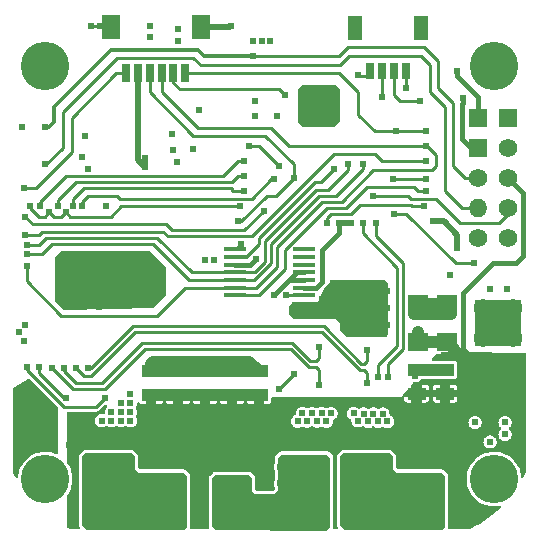
<source format=gbl>
G04 Layer: BottomLayer*
G04 EasyEDA v6.5.42, 2024-06-19 17:53:58*
G04 0aa094f9eb354ad99160228faad6b286,7c1e8d740ba24e6f83eb2d53d3341807,10*
G04 Gerber Generator version 0.2*
G04 Scale: 100 percent, Rotated: No, Reflected: No *
G04 Dimensions in millimeters *
G04 leading zeros omitted , absolute positions ,4 integer and 5 decimal *
%FSLAX45Y45*%
%MOMM*%

%AMMACRO1*4,1,4,-0.6001,-1,0.6001,-1,0.6001,1,-0.6001,1,-0.6001,-1,0*%
%AMMACRO2*4,1,4,-0.3001,-0.6749,0.3001,-0.6749,0.3001,0.6749,-0.3001,0.6749,-0.3001,-0.6749,0*%
%AMMACRO3*21,1,$1,$2,0,0,$3*%
%ADD10C,0.4000*%
%ADD11C,1.0000*%
%ADD12C,0.2540*%
%ADD13C,0.3000*%
%ADD14C,0.5000*%
%ADD15MACRO1*%
%ADD16MACRO2*%
%ADD17MACRO3,0.6X1.55X0.0000*%
%ADD18MACRO3,1.5X2X0.0000*%
%ADD19MACRO3,1.8034X0.4064X0.0000*%
%ADD20MACRO3,1X1.55X-90.0000*%
%ADD21R,1.7280X1.4850*%
%ADD22MACRO3,1.728X1.485X0.0000*%
%ADD23C,1.5748*%
%ADD24O,1.5748X1.5748*%
%ADD25R,1.5748X1.5748*%
%ADD26R,4.0000X4.0000*%
%ADD27C,2.7000*%
%ADD28C,1.7000*%
%ADD29C,4.1000*%
%ADD30C,0.6096*%
%ADD31C,0.6100*%
%ADD32C,0.6200*%
%ADD33C,1.5700*%
%ADD34C,0.0138*%

%LPD*%
G36*
X651916Y-546100D02*
G01*
X648004Y-545338D01*
X644702Y-543102D01*
X599897Y-498297D01*
X597662Y-494995D01*
X596900Y-491083D01*
X596900Y-432816D01*
X596188Y-431088D01*
X559511Y-394411D01*
X557784Y-393700D01*
X207416Y-393700D01*
X203504Y-392938D01*
X200202Y-390702D01*
X168097Y-358597D01*
X165862Y-355295D01*
X165100Y-351383D01*
X165100Y-295198D01*
X165557Y-292252D01*
X166827Y-289560D01*
X187502Y-258521D01*
X189738Y-256082D01*
X192684Y-254558D01*
X195935Y-254000D01*
X405384Y-254000D01*
X406755Y-253288D01*
X469138Y-128473D01*
X471068Y-125831D01*
X530402Y-66497D01*
X533704Y-64262D01*
X537616Y-63500D01*
X972464Y-63500D01*
X975715Y-64058D01*
X978662Y-65582D01*
X980897Y-68021D01*
X1001572Y-99060D01*
X1002842Y-101752D01*
X1003300Y-104698D01*
X1003300Y-518312D01*
X1002233Y-522833D01*
X993394Y-540461D01*
X991158Y-543458D01*
X988009Y-545439D01*
X984300Y-546100D01*
G37*

%LPD*%
G36*
X-2138476Y-1744878D02*
G01*
X-2142794Y-1744776D01*
X-2146706Y-1742897D01*
X-2149449Y-1739595D01*
X-2169871Y-1700123D01*
X-2173173Y-1693011D01*
X-2174087Y-1688744D01*
X-2174087Y-985164D01*
X-2173478Y-981659D01*
X-2171700Y-978611D01*
X-2168956Y-976325D01*
X-2043480Y-904646D01*
X-2039264Y-903325D01*
X-2034946Y-903884D01*
X-2031238Y-906271D01*
X-1793697Y-1143812D01*
X-1791462Y-1147114D01*
X-1790700Y-1151026D01*
X-1790700Y-1530502D01*
X-1791512Y-1534464D01*
X-1793798Y-1537817D01*
X-1797202Y-1540002D01*
X-1801164Y-1540662D01*
X-1805127Y-1539748D01*
X-1812848Y-1536192D01*
X-1832660Y-1529130D01*
X-1853031Y-1523949D01*
X-1873757Y-1520596D01*
X-1894738Y-1519174D01*
X-1915769Y-1519631D01*
X-1936648Y-1522018D01*
X-1957222Y-1526286D01*
X-1977339Y-1532432D01*
X-1996795Y-1540357D01*
X-2015439Y-1550009D01*
X-2033168Y-1561338D01*
X-2049729Y-1574241D01*
X-2065121Y-1588617D01*
X-2079091Y-1604264D01*
X-2091639Y-1621180D01*
X-2102510Y-1639112D01*
X-2111756Y-1658010D01*
X-2119274Y-1677670D01*
X-2124913Y-1697888D01*
X-2128723Y-1718564D01*
X-2130298Y-1735836D01*
X-2131618Y-1739950D01*
X-2134514Y-1743151D01*
G37*

%LPD*%
G36*
X-1688541Y-2174087D02*
G01*
X-1692910Y-2173071D01*
X-1708759Y-2165451D01*
X-1711807Y-2163216D01*
X-1713788Y-2160016D01*
X-1714500Y-2156307D01*
X-1714500Y-1890572D01*
X-1714042Y-1887626D01*
X-1712772Y-1884934D01*
X-1702714Y-1869948D01*
X-1692605Y-1851507D01*
X-1684223Y-1832254D01*
X-1677670Y-1812289D01*
X-1672894Y-1791817D01*
X-1670050Y-1770989D01*
X-1669084Y-1750009D01*
X-1670050Y-1728978D01*
X-1672894Y-1708200D01*
X-1677670Y-1687677D01*
X-1684223Y-1667764D01*
X-1692605Y-1648460D01*
X-1702714Y-1630019D01*
X-1712772Y-1615084D01*
X-1714042Y-1612341D01*
X-1714500Y-1609394D01*
X-1714500Y-1191768D01*
X-1713738Y-1187856D01*
X-1711502Y-1184605D01*
X-1708251Y-1182370D01*
X-1704339Y-1181608D01*
X-1473708Y-1181608D01*
X-1465681Y-1180795D01*
X-1458468Y-1178610D01*
X-1451762Y-1175054D01*
X-1445564Y-1169924D01*
X-1401521Y-1125931D01*
X-1398625Y-1123899D01*
X-1395222Y-1122984D01*
X-1381861Y-1121867D01*
X-1377797Y-1123543D01*
X-1374851Y-1126794D01*
X-1373530Y-1130960D01*
X-1374089Y-1135329D01*
X-1376476Y-1139037D01*
X-1383944Y-1146505D01*
X-1389583Y-1154582D01*
X-1393748Y-1163472D01*
X-1396288Y-1172972D01*
X-1397152Y-1182776D01*
X-1396441Y-1190650D01*
X-1396847Y-1194511D01*
X-1398676Y-1197914D01*
X-1401622Y-1200404D01*
X-1405331Y-1201623D01*
X-1409192Y-1201369D01*
X-1412595Y-1200454D01*
X-1422400Y-1199591D01*
X-1432204Y-1200454D01*
X-1441653Y-1202994D01*
X-1450594Y-1207109D01*
X-1458620Y-1212748D01*
X-1465580Y-1219708D01*
X-1471218Y-1227734D01*
X-1475333Y-1236675D01*
X-1477873Y-1246124D01*
X-1478737Y-1255928D01*
X-1477873Y-1265732D01*
X-1475333Y-1275181D01*
X-1471218Y-1284122D01*
X-1465580Y-1292148D01*
X-1458620Y-1299108D01*
X-1450594Y-1304747D01*
X-1441653Y-1308862D01*
X-1432204Y-1311402D01*
X-1422400Y-1312265D01*
X-1412595Y-1311402D01*
X-1403146Y-1308862D01*
X-1394206Y-1304747D01*
X-1387398Y-1299972D01*
X-1383639Y-1298346D01*
X-1379524Y-1298346D01*
X-1375765Y-1299972D01*
X-1368958Y-1304747D01*
X-1360068Y-1308862D01*
X-1350568Y-1311402D01*
X-1340764Y-1312265D01*
X-1331010Y-1311402D01*
X-1321511Y-1308862D01*
X-1312621Y-1304747D01*
X-1305661Y-1299870D01*
X-1301902Y-1298244D01*
X-1297787Y-1298244D01*
X-1294028Y-1299870D01*
X-1287068Y-1304747D01*
X-1278178Y-1308862D01*
X-1268679Y-1311402D01*
X-1258874Y-1312265D01*
X-1249121Y-1311402D01*
X-1239621Y-1308862D01*
X-1230731Y-1304747D01*
X-1224483Y-1300378D01*
X-1220724Y-1298752D01*
X-1216609Y-1298752D01*
X-1212850Y-1300378D01*
X-1206601Y-1304747D01*
X-1197660Y-1308862D01*
X-1188212Y-1311402D01*
X-1178407Y-1312265D01*
X-1168603Y-1311402D01*
X-1159154Y-1308862D01*
X-1150213Y-1304747D01*
X-1142187Y-1299108D01*
X-1135227Y-1292148D01*
X-1129588Y-1284122D01*
X-1125474Y-1275181D01*
X-1122934Y-1265732D01*
X-1122070Y-1255928D01*
X-1122934Y-1246124D01*
X-1125474Y-1236675D01*
X-1129588Y-1227734D01*
X-1131417Y-1225143D01*
X-1133043Y-1221384D01*
X-1133043Y-1217269D01*
X-1131417Y-1213510D01*
X-1129588Y-1210919D01*
X-1125474Y-1202029D01*
X-1122934Y-1192530D01*
X-1122070Y-1182776D01*
X-1122934Y-1172972D01*
X-1125474Y-1163472D01*
X-1129588Y-1154582D01*
X-1133043Y-1149654D01*
X-1134668Y-1145895D01*
X-1134668Y-1141780D01*
X-1133043Y-1138021D01*
X-1129588Y-1133094D01*
X-1125474Y-1124153D01*
X-1122934Y-1114704D01*
X-1122222Y-1106525D01*
X-1121003Y-1102512D01*
X-1118260Y-1099312D01*
X-1114450Y-1097534D01*
X-1110284Y-1097381D01*
X-1106373Y-1098956D01*
X-1103477Y-1102004D01*
X-1100988Y-1105916D01*
X-1096924Y-1109980D01*
X-1091996Y-1113078D01*
X-1086561Y-1115009D01*
X-1080211Y-1115720D01*
X-1048410Y-1115720D01*
X-1048410Y-1064260D01*
X-1047648Y-1060348D01*
X-1045413Y-1057097D01*
X-1042111Y-1054862D01*
X-1038250Y-1054100D01*
X-968349Y-1054100D01*
X-964488Y-1054862D01*
X-961186Y-1057097D01*
X-958951Y-1060348D01*
X-958189Y-1064260D01*
X-958189Y-1115720D01*
X-926388Y-1115720D01*
X-920038Y-1115009D01*
X-914603Y-1113078D01*
X-909675Y-1109980D01*
X-905611Y-1105916D01*
X-902512Y-1100988D01*
X-900582Y-1095552D01*
X-899871Y-1089253D01*
X-899871Y-1064260D01*
X-899109Y-1060348D01*
X-896924Y-1057097D01*
X-893622Y-1054862D01*
X-888288Y-1054100D01*
X-884377Y-1054862D01*
X-881075Y-1057097D01*
X-878890Y-1060348D01*
X-878128Y-1064260D01*
X-878128Y-1089253D01*
X-877417Y-1095552D01*
X-875487Y-1100988D01*
X-872388Y-1105916D01*
X-868324Y-1109980D01*
X-863396Y-1113078D01*
X-857961Y-1115009D01*
X-851611Y-1115720D01*
X-819810Y-1115720D01*
X-819810Y-1064260D01*
X-819048Y-1060348D01*
X-816813Y-1057097D01*
X-813511Y-1054862D01*
X-809650Y-1054100D01*
X-739749Y-1054100D01*
X-735888Y-1054862D01*
X-732586Y-1057097D01*
X-730351Y-1060348D01*
X-729589Y-1064260D01*
X-729589Y-1115720D01*
X-697788Y-1115720D01*
X-691438Y-1115009D01*
X-686003Y-1113078D01*
X-681075Y-1109980D01*
X-677011Y-1105916D01*
X-673912Y-1100988D01*
X-671982Y-1095552D01*
X-671271Y-1089253D01*
X-671271Y-1064260D01*
X-670509Y-1060348D01*
X-668324Y-1057097D01*
X-665022Y-1054862D01*
X-659688Y-1054100D01*
X-655777Y-1054862D01*
X-652475Y-1057097D01*
X-650290Y-1060348D01*
X-649528Y-1064260D01*
X-649528Y-1089253D01*
X-648817Y-1095552D01*
X-646887Y-1100988D01*
X-643788Y-1105916D01*
X-639724Y-1109980D01*
X-634796Y-1113078D01*
X-629361Y-1115009D01*
X-623011Y-1115720D01*
X-591210Y-1115720D01*
X-591210Y-1064260D01*
X-590448Y-1060348D01*
X-588213Y-1057097D01*
X-584911Y-1054862D01*
X-581050Y-1054100D01*
X-511149Y-1054100D01*
X-507288Y-1054862D01*
X-503986Y-1057097D01*
X-501751Y-1060348D01*
X-500989Y-1064260D01*
X-500989Y-1115720D01*
X-469188Y-1115720D01*
X-462838Y-1115009D01*
X-457403Y-1113078D01*
X-452475Y-1109980D01*
X-448411Y-1105916D01*
X-445312Y-1100988D01*
X-443382Y-1095552D01*
X-442671Y-1089253D01*
X-442671Y-1064260D01*
X-441909Y-1060348D01*
X-439724Y-1057097D01*
X-436422Y-1054862D01*
X-431088Y-1054100D01*
X-427177Y-1054862D01*
X-423875Y-1057097D01*
X-421690Y-1060348D01*
X-420928Y-1064260D01*
X-420928Y-1089253D01*
X-420217Y-1095552D01*
X-418287Y-1100988D01*
X-415188Y-1105916D01*
X-411124Y-1109980D01*
X-406196Y-1113078D01*
X-400761Y-1115009D01*
X-394411Y-1115720D01*
X-362610Y-1115720D01*
X-362610Y-1064260D01*
X-361848Y-1060348D01*
X-359613Y-1057097D01*
X-356311Y-1054862D01*
X-352450Y-1054100D01*
X-282549Y-1054100D01*
X-278688Y-1054862D01*
X-275386Y-1057097D01*
X-273151Y-1060348D01*
X-272389Y-1064260D01*
X-272389Y-1115720D01*
X-240588Y-1115720D01*
X-234238Y-1115009D01*
X-228803Y-1113078D01*
X-223875Y-1109980D01*
X-219811Y-1105916D01*
X-216712Y-1100988D01*
X-214782Y-1095552D01*
X-214071Y-1089253D01*
X-214071Y-1064260D01*
X-213309Y-1060348D01*
X-211124Y-1057097D01*
X-207822Y-1054862D01*
X-202488Y-1054100D01*
X-198577Y-1054862D01*
X-195275Y-1057097D01*
X-193090Y-1060348D01*
X-192328Y-1064260D01*
X-192328Y-1089253D01*
X-191617Y-1095552D01*
X-189687Y-1100988D01*
X-186588Y-1105916D01*
X-182524Y-1109980D01*
X-177596Y-1113078D01*
X-172161Y-1115009D01*
X-165811Y-1115720D01*
X-134010Y-1115720D01*
X-134010Y-1064260D01*
X-133248Y-1060348D01*
X-131013Y-1057097D01*
X-127711Y-1054862D01*
X-123850Y-1054100D01*
X-53949Y-1054100D01*
X-50088Y-1054862D01*
X-46786Y-1057097D01*
X-44551Y-1060348D01*
X-43789Y-1064260D01*
X-43789Y-1115720D01*
X-11988Y-1115720D01*
X-5638Y-1115009D01*
X-203Y-1113078D01*
X4724Y-1109980D01*
X8788Y-1105916D01*
X11887Y-1100988D01*
X13817Y-1095552D01*
X14528Y-1089253D01*
X14528Y-1064260D01*
X15290Y-1060348D01*
X17475Y-1057097D01*
X20777Y-1054862D01*
X24688Y-1054100D01*
X1116330Y-1054100D01*
X1118209Y-1053338D01*
X1123086Y-1047242D01*
X1125626Y-1045108D01*
X1127302Y-1041958D01*
X1161237Y-999540D01*
X1164742Y-996746D01*
X1169162Y-995730D01*
X1199489Y-995730D01*
X1199489Y-955294D01*
X1200048Y-951941D01*
X1201724Y-948944D01*
X1212494Y-935482D01*
X1214932Y-933297D01*
X1217980Y-931976D01*
X1221282Y-931722D01*
X1231900Y-932637D01*
X1241704Y-931773D01*
X1251153Y-929233D01*
X1260094Y-925118D01*
X1268120Y-919480D01*
X1275080Y-912520D01*
X1278686Y-907338D01*
X1280972Y-905002D01*
X1283817Y-903528D01*
X1287018Y-903020D01*
X1562811Y-903020D01*
X1569161Y-902309D01*
X1574596Y-900379D01*
X1579524Y-897280D01*
X1583588Y-893216D01*
X1586687Y-888288D01*
X1588617Y-882853D01*
X1589328Y-876553D01*
X1589328Y-777646D01*
X1588617Y-771347D01*
X1586687Y-765911D01*
X1583588Y-760984D01*
X1579524Y-756920D01*
X1574596Y-753821D01*
X1569161Y-751890D01*
X1562811Y-751179D01*
X1381048Y-751179D01*
X1377340Y-750468D01*
X1374140Y-748487D01*
X1371904Y-745439D01*
X1370939Y-741781D01*
X1371346Y-738022D01*
X1373124Y-734669D01*
X1404874Y-695045D01*
X1408379Y-692200D01*
X1412798Y-691184D01*
X1449070Y-691184D01*
X1449070Y-683768D01*
X1449832Y-679856D01*
X1452067Y-676554D01*
X1455420Y-674370D01*
X1459331Y-673608D01*
X1538122Y-674725D01*
X1541983Y-675538D01*
X1545234Y-677722D01*
X1547368Y-681024D01*
X1548130Y-684885D01*
X1548130Y-691184D01*
X1584452Y-691184D01*
X1590751Y-690473D01*
X1596237Y-688594D01*
X1601114Y-685495D01*
X1605229Y-681431D01*
X1608074Y-677976D01*
X1611122Y-676300D01*
X1614525Y-675792D01*
X2164080Y-683412D01*
X2167940Y-684225D01*
X2171192Y-686409D01*
X2173325Y-689711D01*
X2174087Y-693572D01*
X2174087Y-727100D01*
X2173274Y-731062D01*
X2170988Y-734415D01*
X2167585Y-736600D01*
X2163622Y-737260D01*
X2159660Y-736346D01*
X2156409Y-733958D01*
X2154326Y-730453D01*
X2153666Y-728573D01*
X2150618Y-723696D01*
X2146503Y-719582D01*
X2141626Y-716534D01*
X2136140Y-714603D01*
X2129840Y-713892D01*
X2036775Y-713892D01*
X2036775Y-833475D01*
X2163927Y-833475D01*
X2167839Y-834237D01*
X2171141Y-836421D01*
X2173325Y-839724D01*
X2174087Y-843635D01*
X2174087Y-1036015D01*
X2173325Y-1039876D01*
X2171141Y-1043178D01*
X2167839Y-1045362D01*
X2163927Y-1046175D01*
X2036775Y-1046175D01*
X2036775Y-1165707D01*
X2129840Y-1165707D01*
X2136140Y-1164996D01*
X2141626Y-1163066D01*
X2146503Y-1160018D01*
X2150618Y-1155903D01*
X2153666Y-1151026D01*
X2154326Y-1149146D01*
X2156409Y-1145641D01*
X2159660Y-1143254D01*
X2163622Y-1142339D01*
X2167585Y-1143000D01*
X2170988Y-1145184D01*
X2173274Y-1148537D01*
X2174087Y-1152499D01*
X2174087Y-1688490D01*
X2173122Y-1692859D01*
X2164384Y-1711096D01*
X2149348Y-1739442D01*
X2146503Y-1742795D01*
X2142490Y-1744624D01*
X2138121Y-1744573D01*
X2134158Y-1742744D01*
X2131364Y-1739392D01*
X2130196Y-1735124D01*
X2129942Y-1728978D01*
X2127097Y-1708200D01*
X2122322Y-1687677D01*
X2115769Y-1667764D01*
X2107387Y-1648460D01*
X2097278Y-1630019D01*
X2085543Y-1612595D01*
X2072284Y-1596288D01*
X2057603Y-1581251D01*
X2041601Y-1567637D01*
X2024430Y-1555496D01*
X2006244Y-1544980D01*
X1987143Y-1536192D01*
X1967331Y-1529130D01*
X1946960Y-1523949D01*
X1926234Y-1520596D01*
X1905254Y-1519174D01*
X1884222Y-1519631D01*
X1863343Y-1522018D01*
X1842770Y-1526286D01*
X1822653Y-1532432D01*
X1803196Y-1540357D01*
X1784553Y-1550009D01*
X1766824Y-1561338D01*
X1750263Y-1574241D01*
X1734870Y-1588617D01*
X1720900Y-1604264D01*
X1708353Y-1621180D01*
X1697482Y-1639112D01*
X1688236Y-1658010D01*
X1680718Y-1677670D01*
X1675079Y-1697888D01*
X1671269Y-1718564D01*
X1669338Y-1739493D01*
X1669338Y-1760524D01*
X1671269Y-1781454D01*
X1675079Y-1802130D01*
X1680718Y-1822348D01*
X1688236Y-1842007D01*
X1697482Y-1860854D01*
X1708353Y-1878838D01*
X1720900Y-1895703D01*
X1734870Y-1911400D01*
X1750263Y-1925726D01*
X1766824Y-1938629D01*
X1784553Y-1949957D01*
X1803196Y-1959610D01*
X1822653Y-1967585D01*
X1842770Y-1973681D01*
X1863343Y-1977948D01*
X1884222Y-1980336D01*
X1905254Y-1980844D01*
X1926234Y-1979422D01*
X1945335Y-1976374D01*
X1949653Y-1976628D01*
X1953463Y-1978609D01*
X1956104Y-1982012D01*
X1957120Y-1986229D01*
X1956257Y-1990445D01*
X1953768Y-1993950D01*
X1920951Y-2023668D01*
X1886864Y-2051964D01*
X1851558Y-2078786D01*
X1815134Y-2104034D01*
X1777695Y-2127656D01*
X1739239Y-2149652D01*
X1699869Y-2169972D01*
X1693011Y-2173173D01*
X1688744Y-2174087D01*
X1520139Y-2174087D01*
X1516430Y-2173427D01*
X1513281Y-2171446D01*
X1511046Y-2168448D01*
X1510030Y-2164842D01*
X1510385Y-2161133D01*
X1511604Y-2155545D01*
X1511808Y-2152345D01*
X1511808Y-1721154D01*
X1511147Y-1715109D01*
X1509217Y-1709623D01*
X1506118Y-1704695D01*
X1504035Y-1702307D01*
X1479042Y-1677314D01*
X1474266Y-1673504D01*
X1469034Y-1671015D01*
X1463395Y-1669745D01*
X1460195Y-1669542D01*
X1090422Y-1669542D01*
X1087475Y-1669084D01*
X1084783Y-1667814D01*
X1071829Y-1659178D01*
X1069390Y-1656943D01*
X1067866Y-1653997D01*
X1067308Y-1650746D01*
X1067308Y-1556054D01*
X1066647Y-1550009D01*
X1064717Y-1544523D01*
X1061618Y-1539595D01*
X1059535Y-1537208D01*
X1034542Y-1512214D01*
X1029766Y-1508404D01*
X1024534Y-1505915D01*
X1018895Y-1504645D01*
X1015695Y-1504442D01*
X622604Y-1504442D01*
X616559Y-1505102D01*
X611073Y-1507032D01*
X606145Y-1510131D01*
X603758Y-1512214D01*
X578764Y-1537208D01*
X574954Y-1541983D01*
X572465Y-1547215D01*
X571195Y-1552854D01*
X570992Y-1556054D01*
X570992Y-2139645D01*
X571652Y-2145690D01*
X573582Y-2151176D01*
X574903Y-2153564D01*
X578104Y-2157730D01*
X579983Y-2161844D01*
X579932Y-2166315D01*
X577951Y-2170328D01*
X574395Y-2173122D01*
X570026Y-2174087D01*
X548589Y-2174087D01*
X544880Y-2173427D01*
X541731Y-2171446D01*
X539496Y-2168448D01*
X538480Y-2164842D01*
X538835Y-2161133D01*
X540054Y-2155545D01*
X540258Y-2152345D01*
X540258Y-1568754D01*
X539597Y-1562709D01*
X537667Y-1557223D01*
X534568Y-1552295D01*
X532485Y-1549908D01*
X507492Y-1524914D01*
X502716Y-1521104D01*
X497484Y-1518615D01*
X491845Y-1517345D01*
X488645Y-1517142D01*
X95554Y-1517142D01*
X89509Y-1517802D01*
X84023Y-1519732D01*
X79095Y-1522831D01*
X76708Y-1524914D01*
X51714Y-1549908D01*
X47904Y-1554683D01*
X45415Y-1559915D01*
X44145Y-1565554D01*
X43942Y-1568754D01*
X43942Y-1612544D01*
X43484Y-1615490D01*
X38049Y-1627124D01*
X35509Y-1636623D01*
X34645Y-1646428D01*
X35509Y-1656181D01*
X38049Y-1665681D01*
X43484Y-1677314D01*
X43942Y-1680260D01*
X43942Y-1752244D01*
X43484Y-1755190D01*
X38049Y-1766824D01*
X35509Y-1776323D01*
X34645Y-1786128D01*
X35509Y-1795881D01*
X38049Y-1805381D01*
X43484Y-1817014D01*
X43942Y-1819960D01*
X43942Y-1830578D01*
X43484Y-1833524D01*
X42214Y-1836216D01*
X33578Y-1849170D01*
X31343Y-1851609D01*
X28397Y-1853133D01*
X25146Y-1853692D01*
X-105714Y-1853692D01*
X-109575Y-1852930D01*
X-112877Y-1850694D01*
X-117144Y-1846427D01*
X-119380Y-1843125D01*
X-120142Y-1839264D01*
X-120142Y-1740204D01*
X-120802Y-1734159D01*
X-122732Y-1728673D01*
X-125831Y-1723745D01*
X-127914Y-1721357D01*
X-152908Y-1696364D01*
X-157683Y-1692554D01*
X-162915Y-1690065D01*
X-168554Y-1688795D01*
X-171754Y-1688592D01*
X-463245Y-1688592D01*
X-469290Y-1689252D01*
X-474776Y-1691182D01*
X-479704Y-1694281D01*
X-482092Y-1696364D01*
X-507085Y-1721357D01*
X-510895Y-1726133D01*
X-513384Y-1731365D01*
X-514654Y-1737004D01*
X-514858Y-1740204D01*
X-514858Y-2145741D01*
X-514146Y-2152040D01*
X-510184Y-2162911D01*
X-510641Y-2167077D01*
X-512775Y-2170734D01*
X-516178Y-2173224D01*
X-520293Y-2174087D01*
X-664260Y-2174087D01*
X-667969Y-2173427D01*
X-671118Y-2171446D01*
X-673354Y-2168448D01*
X-674370Y-2164842D01*
X-674014Y-2161133D01*
X-672795Y-2155545D01*
X-672592Y-2152345D01*
X-672592Y-1721154D01*
X-673252Y-1715109D01*
X-675182Y-1709623D01*
X-678281Y-1704695D01*
X-680364Y-1702307D01*
X-705358Y-1677314D01*
X-710133Y-1673504D01*
X-715365Y-1671015D01*
X-721004Y-1669745D01*
X-724204Y-1669542D01*
X-1093978Y-1669542D01*
X-1096924Y-1669084D01*
X-1099616Y-1667814D01*
X-1112570Y-1659178D01*
X-1115009Y-1656943D01*
X-1116533Y-1653997D01*
X-1117092Y-1650746D01*
X-1117092Y-1556054D01*
X-1117752Y-1550009D01*
X-1119682Y-1544523D01*
X-1122781Y-1539595D01*
X-1124864Y-1537208D01*
X-1149858Y-1512214D01*
X-1154633Y-1508404D01*
X-1159865Y-1505915D01*
X-1165504Y-1504645D01*
X-1168704Y-1504442D01*
X-1561795Y-1504442D01*
X-1567840Y-1505102D01*
X-1573326Y-1507032D01*
X-1578254Y-1510131D01*
X-1580642Y-1512214D01*
X-1605635Y-1537208D01*
X-1609445Y-1541983D01*
X-1611934Y-1547215D01*
X-1613204Y-1552854D01*
X-1613408Y-1556054D01*
X-1613408Y-2139645D01*
X-1612747Y-2145690D01*
X-1610817Y-2151176D01*
X-1609496Y-2153564D01*
X-1606296Y-2157730D01*
X-1604416Y-2161844D01*
X-1604467Y-2166315D01*
X-1606448Y-2170328D01*
X-1610004Y-2173122D01*
X-1614373Y-2174087D01*
G37*

%LPC*%
G36*
X1866900Y-1491437D02*
G01*
X1876704Y-1490573D01*
X1886153Y-1488033D01*
X1895093Y-1483918D01*
X1903120Y-1478280D01*
X1910080Y-1471320D01*
X1915718Y-1463294D01*
X1919833Y-1454353D01*
X1922373Y-1444904D01*
X1923237Y-1435100D01*
X1922373Y-1425295D01*
X1919833Y-1415846D01*
X1915718Y-1406906D01*
X1910080Y-1398879D01*
X1903120Y-1391920D01*
X1895093Y-1386281D01*
X1886153Y-1382166D01*
X1876704Y-1379626D01*
X1866900Y-1378762D01*
X1857095Y-1379626D01*
X1847646Y-1382166D01*
X1838706Y-1386281D01*
X1830679Y-1391920D01*
X1823720Y-1398879D01*
X1818081Y-1406906D01*
X1813966Y-1415846D01*
X1811426Y-1425295D01*
X1810562Y-1435100D01*
X1811426Y-1444904D01*
X1813966Y-1454353D01*
X1818081Y-1463294D01*
X1823720Y-1471320D01*
X1830679Y-1478280D01*
X1838706Y-1483918D01*
X1847646Y-1488033D01*
X1857095Y-1490573D01*
G37*
G36*
X1993900Y-1427937D02*
G01*
X2003704Y-1427073D01*
X2013153Y-1424533D01*
X2022093Y-1420418D01*
X2030120Y-1414780D01*
X2037080Y-1407820D01*
X2042718Y-1399794D01*
X2046833Y-1390853D01*
X2049373Y-1381404D01*
X2050237Y-1371600D01*
X2049373Y-1361795D01*
X2046833Y-1352346D01*
X2042718Y-1343406D01*
X2037080Y-1335379D01*
X2029663Y-1327962D01*
X2027478Y-1324711D01*
X2026716Y-1320800D01*
X2027478Y-1316888D01*
X2029663Y-1313637D01*
X2037080Y-1306220D01*
X2042718Y-1298194D01*
X2046833Y-1289253D01*
X2049373Y-1279804D01*
X2050237Y-1270000D01*
X2049373Y-1260195D01*
X2046833Y-1250746D01*
X2042718Y-1241806D01*
X2037080Y-1233779D01*
X2030120Y-1226820D01*
X2022093Y-1221181D01*
X2013153Y-1217066D01*
X2003704Y-1214526D01*
X1993900Y-1213662D01*
X1984095Y-1214526D01*
X1974646Y-1217066D01*
X1965706Y-1221181D01*
X1957679Y-1226820D01*
X1950720Y-1233779D01*
X1945081Y-1241806D01*
X1940966Y-1250746D01*
X1938426Y-1260195D01*
X1937562Y-1270000D01*
X1938426Y-1279804D01*
X1940966Y-1289253D01*
X1945081Y-1298194D01*
X1950720Y-1306220D01*
X1958136Y-1313637D01*
X1960321Y-1316888D01*
X1961083Y-1320800D01*
X1960321Y-1324711D01*
X1958136Y-1327962D01*
X1950720Y-1335379D01*
X1945081Y-1343406D01*
X1940966Y-1352346D01*
X1938426Y-1361795D01*
X1937562Y-1371600D01*
X1938426Y-1381404D01*
X1940966Y-1390853D01*
X1945081Y-1399794D01*
X1950720Y-1407820D01*
X1957679Y-1414780D01*
X1965706Y-1420418D01*
X1974646Y-1424533D01*
X1984095Y-1427073D01*
G37*
G36*
X1739900Y-1326337D02*
G01*
X1749704Y-1325473D01*
X1759153Y-1322933D01*
X1768093Y-1318818D01*
X1776120Y-1313180D01*
X1783080Y-1306220D01*
X1788718Y-1298194D01*
X1792833Y-1289253D01*
X1795373Y-1279804D01*
X1796237Y-1270000D01*
X1795373Y-1260195D01*
X1792833Y-1250746D01*
X1788718Y-1241806D01*
X1783080Y-1233779D01*
X1776120Y-1226820D01*
X1768093Y-1221181D01*
X1759153Y-1217066D01*
X1749704Y-1214526D01*
X1739900Y-1213662D01*
X1730095Y-1214526D01*
X1720646Y-1217066D01*
X1711706Y-1221181D01*
X1703679Y-1226820D01*
X1696720Y-1233779D01*
X1691081Y-1241806D01*
X1686966Y-1250746D01*
X1684426Y-1260195D01*
X1683562Y-1270000D01*
X1684426Y-1279804D01*
X1686966Y-1289253D01*
X1691081Y-1298194D01*
X1696720Y-1306220D01*
X1703679Y-1313180D01*
X1711706Y-1318818D01*
X1720646Y-1322933D01*
X1730095Y-1325473D01*
G37*
G36*
X835101Y-1317802D02*
G01*
X844854Y-1316939D01*
X854354Y-1314399D01*
X863244Y-1310284D01*
X870203Y-1305407D01*
X873963Y-1303782D01*
X878078Y-1303782D01*
X881837Y-1305407D01*
X888796Y-1310284D01*
X897686Y-1314399D01*
X907186Y-1316939D01*
X916990Y-1317802D01*
X926744Y-1316939D01*
X936244Y-1314399D01*
X945134Y-1310284D01*
X951382Y-1305915D01*
X955141Y-1304290D01*
X959256Y-1304290D01*
X963015Y-1305915D01*
X969264Y-1310284D01*
X978204Y-1314399D01*
X987653Y-1316939D01*
X997458Y-1317802D01*
X1007262Y-1316939D01*
X1016711Y-1314399D01*
X1025652Y-1310284D01*
X1033678Y-1304645D01*
X1040637Y-1297686D01*
X1046276Y-1289659D01*
X1050391Y-1280718D01*
X1052931Y-1271270D01*
X1053795Y-1261465D01*
X1052931Y-1251661D01*
X1050391Y-1242212D01*
X1046276Y-1233271D01*
X1040637Y-1225245D01*
X1033678Y-1218285D01*
X1025652Y-1212646D01*
X1021283Y-1210665D01*
X1018032Y-1208176D01*
X1015949Y-1204620D01*
X1015492Y-1200556D01*
X1015695Y-1197965D01*
X1014831Y-1188161D01*
X1012291Y-1178712D01*
X1008176Y-1169771D01*
X1002537Y-1161745D01*
X995578Y-1154785D01*
X987552Y-1149146D01*
X978611Y-1145032D01*
X969162Y-1142492D01*
X959358Y-1141628D01*
X949553Y-1142492D01*
X940104Y-1145032D01*
X931164Y-1149146D01*
X924915Y-1153515D01*
X921156Y-1155141D01*
X917041Y-1155141D01*
X913282Y-1153515D01*
X907034Y-1149146D01*
X898144Y-1145032D01*
X888644Y-1142492D01*
X878890Y-1141628D01*
X869086Y-1142492D01*
X859586Y-1145032D01*
X850696Y-1149146D01*
X843737Y-1154023D01*
X839978Y-1155649D01*
X835863Y-1155649D01*
X832103Y-1154023D01*
X825144Y-1149146D01*
X816254Y-1145032D01*
X806754Y-1142492D01*
X797001Y-1141628D01*
X787196Y-1142492D01*
X777697Y-1145032D01*
X768807Y-1149146D01*
X762355Y-1153668D01*
X759155Y-1155192D01*
X755650Y-1155496D01*
X752246Y-1154582D01*
X749350Y-1152550D01*
X747420Y-1150620D01*
X739394Y-1144981D01*
X730453Y-1140866D01*
X721004Y-1138326D01*
X711200Y-1137462D01*
X701395Y-1138326D01*
X691946Y-1140866D01*
X683006Y-1144981D01*
X674979Y-1150620D01*
X668020Y-1157579D01*
X662381Y-1165606D01*
X658266Y-1174546D01*
X655726Y-1183995D01*
X654862Y-1193800D01*
X655726Y-1203604D01*
X658266Y-1213053D01*
X662381Y-1221994D01*
X668020Y-1230020D01*
X674979Y-1236980D01*
X683006Y-1242618D01*
X687374Y-1244600D01*
X690626Y-1247089D01*
X692708Y-1250645D01*
X693166Y-1254709D01*
X692962Y-1257300D01*
X693826Y-1267104D01*
X696366Y-1276553D01*
X700481Y-1285494D01*
X706120Y-1293520D01*
X713079Y-1300480D01*
X721106Y-1306118D01*
X730046Y-1310233D01*
X739495Y-1312773D01*
X749300Y-1313637D01*
X759104Y-1312773D01*
X768553Y-1310233D01*
X777494Y-1306118D01*
X783945Y-1301597D01*
X787146Y-1300073D01*
X790651Y-1299768D01*
X794054Y-1300683D01*
X796950Y-1302715D01*
X798830Y-1304645D01*
X806907Y-1310284D01*
X815797Y-1314399D01*
X825296Y-1316939D01*
G37*
G36*
X236931Y-1317294D02*
G01*
X246735Y-1316431D01*
X256184Y-1313891D01*
X265125Y-1309776D01*
X271932Y-1305001D01*
X275691Y-1303375D01*
X279806Y-1303375D01*
X283565Y-1305001D01*
X290372Y-1309776D01*
X299262Y-1313891D01*
X308762Y-1316431D01*
X318566Y-1317294D01*
X328320Y-1316431D01*
X337820Y-1313891D01*
X346710Y-1309776D01*
X353669Y-1304899D01*
X357428Y-1303274D01*
X361543Y-1303274D01*
X365302Y-1304899D01*
X372262Y-1309776D01*
X381152Y-1313891D01*
X390652Y-1316431D01*
X400456Y-1317294D01*
X410209Y-1316431D01*
X419709Y-1313891D01*
X428599Y-1309776D01*
X434848Y-1305407D01*
X438607Y-1303782D01*
X442722Y-1303782D01*
X446481Y-1305407D01*
X452729Y-1309776D01*
X461670Y-1313891D01*
X471119Y-1316431D01*
X480923Y-1317294D01*
X490728Y-1316431D01*
X500176Y-1313891D01*
X509117Y-1309776D01*
X517143Y-1304137D01*
X524103Y-1297178D01*
X529742Y-1289151D01*
X533857Y-1280210D01*
X536397Y-1270762D01*
X537260Y-1260957D01*
X536803Y-1255623D01*
X537260Y-1251508D01*
X539343Y-1247952D01*
X542645Y-1245514D01*
X548894Y-1242618D01*
X556920Y-1236980D01*
X563880Y-1230020D01*
X569518Y-1221994D01*
X573633Y-1213053D01*
X576173Y-1203604D01*
X577037Y-1193800D01*
X576173Y-1183995D01*
X573633Y-1174546D01*
X569518Y-1165606D01*
X563880Y-1157579D01*
X556920Y-1150620D01*
X548894Y-1144981D01*
X539953Y-1140866D01*
X530504Y-1138326D01*
X520700Y-1137462D01*
X510895Y-1138326D01*
X501446Y-1140866D01*
X492506Y-1144981D01*
X486257Y-1149350D01*
X482498Y-1150975D01*
X478383Y-1150975D01*
X474624Y-1149350D01*
X468376Y-1144981D01*
X459485Y-1140866D01*
X449986Y-1138326D01*
X440232Y-1137462D01*
X430428Y-1138326D01*
X420928Y-1140866D01*
X412038Y-1144981D01*
X405079Y-1149858D01*
X401320Y-1151483D01*
X397205Y-1151483D01*
X393446Y-1149858D01*
X386486Y-1144981D01*
X377596Y-1140866D01*
X368096Y-1138326D01*
X358343Y-1137462D01*
X348538Y-1138326D01*
X339039Y-1140866D01*
X330149Y-1144981D01*
X323342Y-1149756D01*
X319582Y-1151382D01*
X315468Y-1151382D01*
X311708Y-1149756D01*
X304901Y-1144981D01*
X295960Y-1140866D01*
X286512Y-1138326D01*
X276707Y-1137462D01*
X266903Y-1138326D01*
X257454Y-1140866D01*
X248513Y-1144981D01*
X240487Y-1150620D01*
X233527Y-1157579D01*
X227888Y-1165606D01*
X223774Y-1174546D01*
X221234Y-1183995D01*
X220370Y-1193800D01*
X220827Y-1199134D01*
X220370Y-1203248D01*
X218287Y-1206804D01*
X214985Y-1209243D01*
X208737Y-1212138D01*
X200710Y-1217777D01*
X193751Y-1224737D01*
X188112Y-1232763D01*
X183997Y-1241704D01*
X181457Y-1251153D01*
X180594Y-1260957D01*
X181457Y-1270762D01*
X183997Y-1280210D01*
X188112Y-1289151D01*
X193751Y-1297178D01*
X200710Y-1304137D01*
X208737Y-1309776D01*
X217678Y-1313891D01*
X227126Y-1316431D01*
G37*
G36*
X1730959Y-1165707D02*
G01*
X1824075Y-1165707D01*
X1824075Y-1046175D01*
X1704492Y-1046175D01*
X1704492Y-1139240D01*
X1705203Y-1145540D01*
X1707134Y-1151026D01*
X1710182Y-1155903D01*
X1714296Y-1160018D01*
X1719173Y-1163066D01*
X1724660Y-1164996D01*
G37*
G36*
X1408988Y-1103020D02*
G01*
X1440789Y-1103020D01*
X1440789Y-1058468D01*
X1382471Y-1058468D01*
X1382471Y-1076553D01*
X1383182Y-1082852D01*
X1385112Y-1088288D01*
X1388211Y-1093216D01*
X1392275Y-1097280D01*
X1397203Y-1100378D01*
X1402638Y-1102309D01*
G37*
G36*
X1289710Y-1103020D02*
G01*
X1321511Y-1103020D01*
X1327861Y-1102309D01*
X1333296Y-1100378D01*
X1338224Y-1097280D01*
X1342288Y-1093216D01*
X1345387Y-1088288D01*
X1347317Y-1082852D01*
X1348028Y-1076553D01*
X1348028Y-1058468D01*
X1289710Y-1058468D01*
G37*
G36*
X1531010Y-1103020D02*
G01*
X1562811Y-1103020D01*
X1569161Y-1102309D01*
X1574596Y-1100378D01*
X1579524Y-1097280D01*
X1583588Y-1093216D01*
X1586687Y-1088288D01*
X1588617Y-1082852D01*
X1589328Y-1076553D01*
X1589328Y-1058468D01*
X1531010Y-1058468D01*
G37*
G36*
X1167688Y-1103020D02*
G01*
X1199489Y-1103020D01*
X1199489Y-1058468D01*
X1141171Y-1058468D01*
X1141171Y-1076553D01*
X1141882Y-1082852D01*
X1143812Y-1088288D01*
X1146911Y-1093216D01*
X1150975Y-1097280D01*
X1155903Y-1100378D01*
X1161338Y-1102309D01*
G37*
G36*
X1382471Y-995730D02*
G01*
X1440789Y-995730D01*
X1440789Y-951179D01*
X1408988Y-951179D01*
X1402638Y-951890D01*
X1397203Y-953820D01*
X1392275Y-956919D01*
X1388211Y-960983D01*
X1385112Y-965911D01*
X1383182Y-971346D01*
X1382471Y-977646D01*
G37*
G36*
X1531010Y-995730D02*
G01*
X1589328Y-995730D01*
X1589328Y-977646D01*
X1588617Y-971346D01*
X1586687Y-965911D01*
X1583588Y-960983D01*
X1579524Y-956919D01*
X1574596Y-953820D01*
X1569161Y-951890D01*
X1562811Y-951179D01*
X1531010Y-951179D01*
G37*
G36*
X1289710Y-995730D02*
G01*
X1348028Y-995730D01*
X1348028Y-977646D01*
X1347317Y-971346D01*
X1345387Y-965911D01*
X1342288Y-960983D01*
X1338224Y-956919D01*
X1333296Y-953820D01*
X1327861Y-951890D01*
X1321511Y-951179D01*
X1289710Y-951179D01*
G37*
G36*
X1704492Y-833475D02*
G01*
X1824075Y-833475D01*
X1824075Y-713892D01*
X1730959Y-713892D01*
X1724660Y-714603D01*
X1719173Y-716534D01*
X1714296Y-719582D01*
X1710182Y-723696D01*
X1707134Y-728573D01*
X1705203Y-734060D01*
X1704492Y-740359D01*
G37*

%LPD*%
G36*
X-1765300Y177800D02*
G01*
X-1816100Y127000D01*
X-1816100Y-241300D01*
X-1739900Y-317500D01*
X-977900Y-304800D01*
X-876300Y-190500D01*
X-876300Y38100D01*
X-1016000Y177800D01*
G37*
G36*
X279400Y1587500D02*
G01*
X241300Y1549400D01*
X241300Y1270000D01*
X279400Y1231900D01*
X546100Y1231900D01*
X596900Y1270000D01*
X596900Y1549400D01*
X558800Y1587500D01*
G37*
G36*
X-1562100Y-1530350D02*
G01*
X-1587500Y-1555750D01*
X-1587500Y-2139950D01*
X-1549400Y-2178050D01*
X-723900Y-2178050D01*
X-698500Y-2152650D01*
X-698500Y-1720850D01*
X-723900Y-1695450D01*
X-1104900Y-1695450D01*
X-1143000Y-1670050D01*
X-1143000Y-1555750D01*
X-1168400Y-1530350D01*
G37*
G36*
X95250Y-1543050D02*
G01*
X69850Y-1568450D01*
X69850Y-1841500D01*
X44450Y-1879600D01*
X-120650Y-1879600D01*
X-146050Y-1854200D01*
X-146050Y-1739900D01*
X-171450Y-1714500D01*
X-463550Y-1714500D01*
X-488950Y-1739900D01*
X-488950Y-2146300D01*
X-463550Y-2184400D01*
X476250Y-2190750D01*
X514350Y-2152650D01*
X514350Y-1568450D01*
X488950Y-1543050D01*
G37*
G36*
X622300Y-1530350D02*
G01*
X596900Y-1555750D01*
X596900Y-2139950D01*
X635000Y-2178050D01*
X1460500Y-2178050D01*
X1485900Y-2152650D01*
X1485900Y-1720850D01*
X1460500Y-1695450D01*
X1079500Y-1695450D01*
X1041400Y-1670050D01*
X1041400Y-1555750D01*
X1016000Y-1530350D01*
G37*
G36*
X1682750Y-692150D02*
G01*
X1689100Y-1181100D01*
X2146300Y-1181100D01*
X2171700Y-1155700D01*
X2171700Y-711200D01*
X1701800Y-711200D01*
G37*
D10*
X2019300Y800100D02*
G01*
X2146300Y673100D01*
X2146300Y139700D01*
X2082800Y76200D01*
X1892300Y76200D01*
X1638300Y-177800D01*
X1638300Y-647700D01*
X1930400Y-939800D01*
D11*
X1219200Y-355600D02*
G01*
X1533982Y-355600D01*
D12*
X901700Y419100D02*
G01*
X901700Y304800D01*
X1130300Y76200D01*
X1130300Y-647700D01*
X1003300Y-774700D01*
X1003300Y-889000D01*
X787400Y419100D02*
G01*
X787400Y330200D01*
X1079500Y38100D01*
X1079500Y-622300D01*
X914400Y-787400D01*
X914400Y-889000D01*
D10*
X-289560Y64998D02*
G01*
X-163601Y64998D01*
X-114300Y114300D01*
D12*
X-2057400Y152400D02*
G01*
X-1930400Y152400D01*
X-1841500Y241300D01*
X-990600Y241300D01*
X-684276Y-65023D01*
X-289560Y-65023D01*
X-2057400Y228600D02*
G01*
X-1955800Y228600D01*
X-1894839Y289560D01*
X-949960Y289560D01*
X-660400Y0D01*
X-289560Y0D01*
X-2070100Y317500D02*
G01*
X-1955800Y317500D01*
X-1930400Y342900D01*
X-901700Y342900D01*
X-863600Y304800D01*
X-152400Y304800D01*
X546100Y1003300D01*
X889000Y1003300D01*
X952500Y939800D01*
X1320800Y939800D01*
X-2032000Y558800D02*
G01*
X-2032000Y546100D01*
X-1955800Y469900D01*
X-1905000Y469900D01*
X-1866900Y508000D01*
X-1727200Y508000D02*
G01*
X-1689100Y469900D01*
X-1346200Y469900D01*
X-1257300Y558800D01*
X-254000Y558800D01*
D10*
X1638300Y1473200D02*
G01*
X1638300Y1435100D01*
X1625600Y1422400D01*
X1625600Y1130300D01*
X1701800Y1054100D01*
X1765300Y1054100D01*
D12*
X-289560Y130047D02*
G01*
X-200152Y130047D01*
X-88900Y241300D01*
X-88900Y292100D01*
X381000Y762000D01*
X431800Y762000D01*
X546100Y876300D01*
X482600Y419100D02*
G01*
X482600Y457200D01*
X520700Y495300D01*
X685800Y495300D01*
X762000Y571500D01*
X1193800Y571500D01*
X1206500Y558800D01*
X1308100Y558800D01*
X-289560Y-195071D02*
G01*
X-88900Y-195071D01*
X-88900Y-190500D01*
X127000Y25400D01*
X127000Y190500D01*
X482600Y546100D01*
X647700Y546100D01*
X825500Y723900D01*
X1219200Y723900D01*
X1257300Y685800D01*
X1320800Y685800D01*
D10*
X-1054100Y889000D02*
G01*
X-1054100Y965200D01*
D12*
X-715263Y1685797D02*
G01*
X587502Y1685797D01*
X749300Y1524000D01*
X749300Y1333500D01*
X889000Y1193800D01*
X1066800Y1193800D01*
X-1905000Y914400D02*
G01*
X-1892300Y914400D01*
X-1752600Y1054100D01*
X-1752600Y1358900D01*
X-1295400Y1816100D01*
X-647700Y1816100D01*
X-584200Y1752600D01*
X596900Y1752600D01*
X673100Y1828800D01*
X1282700Y1828800D01*
X1358900Y1752600D01*
X1358900Y1524000D01*
X1485900Y1397000D01*
X1485900Y685800D01*
X1625600Y546100D01*
X1765300Y546100D01*
D13*
X-139700Y1828800D02*
G01*
X-558800Y1828800D01*
X-609600Y1879600D01*
X-1346200Y1879600D01*
X-1828800Y1397000D01*
X-1828800Y1270000D01*
X-1866900Y1231900D01*
X-1905000Y1231900D01*
D10*
X1765300Y1308100D02*
G01*
X1765300Y1485900D01*
X1587500Y1663700D01*
X1587500Y1701800D01*
D12*
X1765300Y800100D02*
G01*
X1651000Y800100D01*
X1549400Y901700D01*
X1549400Y1435100D01*
X1422400Y1562100D01*
X1422400Y1790700D01*
X1308100Y1905000D01*
X660400Y1905000D01*
X584200Y1828800D01*
X-139700Y1828800D01*
D14*
X1206500Y-355600D02*
G01*
X1257300Y-304800D01*
X1257300Y-272542D01*
X1533982Y-355600D02*
G01*
X1498600Y-320217D01*
X1498600Y-272542D01*
D11*
X1257300Y-591057D02*
G01*
X1498600Y-591057D01*
D10*
X289557Y-130050D02*
G01*
X393700Y-130050D01*
X444500Y-79250D01*
X444500Y190500D01*
X584200Y330200D01*
X584200Y419100D01*
D12*
X-1663700Y558800D02*
G01*
X-1663700Y622300D01*
X-1574800Y711200D01*
X-317500Y711200D01*
X-317500Y685800D01*
X-215900Y685800D01*
X-1790700Y558800D02*
G01*
X-1790700Y609600D01*
X-1638300Y762000D01*
X-317500Y762000D01*
X-266700Y812800D01*
X-215900Y812800D01*
X-1943100Y558800D02*
G01*
X-1943100Y596900D01*
X-1727200Y812800D01*
X-393700Y812800D01*
X-266700Y939800D01*
X-215900Y939800D01*
X-1587500Y558800D02*
G01*
X-1587500Y596900D01*
X-1536700Y647700D01*
X-1295400Y647700D01*
X-1270000Y622300D01*
X-152400Y622300D01*
X12700Y787400D01*
X38100Y787400D01*
X-2070100Y469900D02*
G01*
X-2006600Y406400D01*
X-876300Y406400D01*
X-825500Y355600D01*
X-215900Y355600D01*
X-50800Y520700D01*
D11*
X-985977Y-762228D02*
G01*
X-1003300Y-779551D01*
X-1003300Y-839800D01*
X-208026Y-757173D02*
G01*
X-171450Y-757173D01*
X-88900Y-839723D01*
D12*
X-1845053Y-812800D02*
G01*
X-1667253Y-990600D01*
X-1397000Y-990600D01*
X-1054100Y-647700D01*
X177800Y-647700D01*
X330200Y-800100D01*
X393700Y-800100D01*
X419100Y-825500D01*
X419100Y-952500D01*
X-1744979Y-812800D02*
G01*
X-1744979Y-833120D01*
X-1638300Y-939800D01*
X-1422400Y-939800D01*
X-1079500Y-596900D01*
X190500Y-596900D01*
X342900Y-749300D01*
X393700Y-749300D01*
X419100Y-723900D01*
X419100Y-635000D01*
D11*
X-985977Y-762228D02*
G01*
X-980897Y-757148D01*
X-208127Y-757148D01*
X-1003300Y-839800D02*
G01*
X-88900Y-839800D01*
X-1003300Y-1039799D02*
G01*
X-88900Y-1039799D01*
D10*
X38100Y-190500D02*
G01*
X228600Y0D01*
X289557Y0D01*
X38100Y-190500D02*
G01*
X163598Y-65001D01*
X289557Y-65001D01*
D14*
X584200Y419100D02*
G01*
X685800Y419100D01*
D12*
X1054100Y495300D02*
G01*
X1155700Y495300D01*
X1574800Y76200D01*
X1727200Y76200D01*
D14*
X1384300Y431800D02*
G01*
X1473200Y431800D01*
X1587500Y317500D01*
X1587500Y203200D01*
D12*
X-1536700Y-812800D02*
G01*
X-1511300Y-812800D01*
X-1155700Y-457200D01*
X457200Y-457200D01*
X774700Y-774700D01*
X800100Y-774700D01*
X825500Y-749300D01*
X825500Y-660400D01*
X-1638300Y-812800D02*
G01*
X-1574800Y-876300D01*
X-1511300Y-876300D01*
X-1143000Y-508000D01*
X444500Y-508000D01*
X762000Y-825500D01*
X800100Y-825500D01*
X825500Y-850900D01*
X825500Y-939800D01*
X876300Y647700D02*
G01*
X1168400Y647700D01*
X1193800Y622300D01*
X1409700Y622300D01*
X1612900Y419100D01*
X1943100Y419100D01*
X2019300Y495300D01*
X2019300Y546100D01*
X-289560Y-130047D02*
G01*
X-114300Y-130047D01*
X63500Y47752D01*
X63500Y215900D01*
X444500Y596900D01*
X609600Y596900D01*
X876300Y863600D01*
X1371600Y863600D01*
X1409700Y901700D01*
X1409700Y990600D01*
X1333500Y1066800D01*
X1320800Y1066800D01*
D14*
X-328421Y2081529D02*
G01*
X-336600Y2073351D01*
X-585215Y2073351D01*
D12*
X-177800Y1065529D02*
G01*
X-87629Y1065529D01*
X76200Y901700D01*
X-815088Y1685800D02*
G01*
X-815088Y1602488D01*
X-762000Y1549400D01*
X76200Y1549400D01*
X127000Y1498600D01*
X-2082800Y711200D02*
G01*
X-1981200Y711200D01*
X-1676400Y1016000D01*
X-1676400Y1308100D01*
X-1298702Y1685797D01*
X-1215136Y1685797D01*
X-2057400Y50800D02*
G01*
X-2057400Y-76200D01*
X-1765300Y-368300D01*
X-952500Y-368300D01*
X-714247Y-130047D01*
X-289560Y-130047D01*
X-915162Y1685797D02*
G01*
X-915162Y1524762D01*
X-609600Y1219200D01*
X12700Y1219200D01*
X165100Y1066800D01*
X1320800Y1066800D01*
X-1015237Y1685800D02*
G01*
X-1015237Y1523237D01*
X-647700Y1155700D01*
X-38100Y1155700D01*
X203200Y914400D01*
X203200Y800100D01*
X-289557Y0D02*
G01*
X-127000Y0D01*
X-38100Y88900D01*
X-38100Y266700D01*
X393700Y698500D01*
X495300Y698500D01*
X660400Y863600D01*
X660400Y914400D01*
X-289557Y-65026D02*
G01*
X-128526Y-65026D01*
X12700Y76200D01*
X12700Y241300D01*
X419100Y647700D01*
X558800Y647700D01*
X787400Y876300D01*
X787400Y914400D01*
X1053337Y1701800D02*
G01*
X1053337Y1499362D01*
X1104900Y1447800D01*
X1270000Y1447800D01*
X139700Y-190500D02*
G01*
X144195Y-194995D01*
X219354Y-194995D01*
X-289557Y194995D02*
G01*
X-243253Y241300D01*
X-241300Y241300D01*
D10*
X1638300Y-454212D02*
G01*
X1638300Y-723900D01*
D12*
X953287Y1701800D02*
G01*
X953287Y1486687D01*
X952500Y1485900D01*
X-1345184Y2073348D02*
G01*
X-1354632Y2082800D01*
X-1511300Y2082800D01*
X-1955800Y-800100D02*
G01*
X-1955800Y-850900D01*
X-1739900Y-1066800D01*
X-1727200Y-1066800D01*
X853287Y1701800D02*
G01*
X815187Y1663700D01*
X749300Y1663700D01*
X1155700Y1562100D02*
G01*
X1153312Y1564487D01*
X1153312Y1701800D01*
X-2057400Y-800100D02*
G01*
X-2057400Y-825500D01*
X-1739900Y-1143000D01*
X-1473200Y-1143000D01*
X-1397000Y-1066800D01*
X203200Y-863600D02*
G01*
X76200Y-990600D01*
X1066800Y1193800D02*
G01*
X1320800Y1193800D01*
X203200Y800100D02*
G01*
X50800Y647700D01*
X-25400Y647700D01*
X-241300Y431800D01*
X-266700Y431800D01*
X-1866900Y508000D02*
G01*
X-1828800Y469900D01*
X-1765300Y469900D01*
X-1727200Y508000D01*
X1041400Y787400D02*
G01*
X1193800Y787400D01*
X1320800Y787400D01*
D14*
X-1115187Y1685851D02*
G01*
X-1115187Y950087D01*
X-1054100Y889000D01*
D11*
X1498600Y-591057D02*
G01*
X1631442Y-723900D01*
X1701800Y-723900D01*
X1257300Y-508000D02*
G01*
X1257300Y-591057D01*
X1257300Y-272542D02*
G01*
X1498600Y-272542D01*
D10*
X1193800Y-800100D02*
G01*
X1521282Y-800100D01*
D11*
X1244600Y-827100D02*
G01*
X1485900Y-827100D01*
D15*
G01*
X723303Y2069287D03*
G01*
X1283296Y2069287D03*
D16*
G01*
X853300Y1701800D03*
G01*
X953300Y1701800D03*
G01*
X1053299Y1701800D03*
G01*
X1153299Y1701800D03*
D17*
G01*
X-1215194Y1685848D03*
G01*
X-1115194Y1685848D03*
G01*
X-1015194Y1685848D03*
G01*
X-915195Y1685848D03*
G01*
X-815195Y1685848D03*
G01*
X-715195Y1685848D03*
D18*
G01*
X-585204Y2073348D03*
G01*
X-1345192Y2073348D03*
D19*
G01*
X289559Y-195000D03*
G01*
X289559Y-129999D03*
G01*
X289559Y-64998D03*
G01*
X289559Y0D03*
G01*
X289559Y65001D03*
G01*
X289559Y129999D03*
G01*
X289559Y195000D03*
G01*
X-289559Y195000D03*
G01*
X-289559Y129999D03*
G01*
X-289559Y65001D03*
G01*
X-289559Y0D03*
G01*
X-289559Y-64998D03*
G01*
X-289559Y-129999D03*
G01*
X-289559Y-195000D03*
D20*
G01*
X-1003300Y-839800D03*
G01*
X-1003300Y-1039799D03*
G01*
X-774700Y-839800D03*
G01*
X-774700Y-1039799D03*
G01*
X-546100Y-839800D03*
G01*
X-546100Y-1039799D03*
G01*
X-317500Y-839800D03*
G01*
X-317500Y-1039799D03*
G01*
X-88900Y-839800D03*
G01*
X-88900Y-1039799D03*
G01*
X1244600Y-827100D03*
G01*
X1244600Y-1027099D03*
D21*
G01*
X1257300Y-591057D03*
D22*
G01*
X1257300Y-272549D03*
D21*
G01*
X1498600Y-591057D03*
D22*
G01*
X1498600Y-272549D03*
D20*
G01*
X1485900Y-827100D03*
G01*
X1485900Y-1027099D03*
D23*
G01*
X1765300Y292100D03*
G01*
X2019300Y292100D03*
D24*
G01*
X1765300Y546100D03*
D23*
G01*
X1765300Y800100D03*
D25*
G01*
X1765300Y1054100D03*
G01*
X1765300Y1308100D03*
G01*
X2019300Y1308100D03*
D23*
G01*
X2019300Y1054100D03*
G01*
X2019300Y800100D03*
G01*
X2019300Y546100D03*
D26*
G01*
X1930400Y-939800D03*
G01*
X1930400Y-431800D03*
D27*
G01*
X-876300Y-2032000D03*
G01*
X-317500Y-2032000D03*
G01*
X1308100Y-2032000D03*
D28*
G01*
X-1054100Y-2082495D03*
G01*
X1130300Y-2082800D03*
G01*
X-143027Y-2082520D03*
D29*
G01*
X1899996Y1749983D03*
G01*
X-1899996Y1749983D03*
G01*
X-1899996Y-1750009D03*
G01*
X1899996Y-1750009D03*
D30*
G01*
X-788212Y933018D03*
G01*
X-1536700Y876300D03*
G01*
X-821994Y1037894D03*
G01*
X-1562100Y-76200D03*
G01*
X-1333500Y-76200D03*
G01*
X-1447800Y-177800D03*
G01*
X-1447800Y38100D03*
G01*
X0Y1955800D03*
G01*
X-63500Y1955800D03*
G01*
X-1016000Y2082800D03*
G01*
X-1178407Y-1028700D03*
G01*
X-1178407Y-1104900D03*
G01*
X-1258900Y-1104900D03*
G01*
X-1178407Y-1182751D03*
G01*
X-1258900Y-1182751D03*
G01*
X-1340789Y-1182751D03*
G01*
X959357Y-1197965D03*
G01*
X878865Y-1197965D03*
G01*
X796975Y-1197965D03*
G01*
X711200Y-1193800D03*
G01*
X276707Y-1193800D03*
G01*
X358317Y-1193800D03*
G01*
X440207Y-1193800D03*
G01*
X520700Y-1193800D03*
G01*
X990600Y-444500D03*
G01*
X706501Y-508000D03*
G01*
X953490Y-508000D03*
G01*
X914400Y-444500D03*
G01*
X832789Y-444500D03*
G01*
X789990Y-508000D03*
G01*
X749300Y-444500D03*
G01*
X1054100Y495300D03*
G01*
X76200Y901700D03*
G01*
X-177800Y1065529D03*
G01*
X1727200Y76200D03*
G01*
X1320800Y787400D03*
G01*
X1041400Y787400D03*
G01*
X546100Y876300D03*
G01*
X-596900Y1371600D03*
G01*
X-1435100Y2082800D03*
G01*
X647700Y-431800D03*
G01*
X584200Y419100D03*
G01*
X876300Y647700D03*
G01*
X203200Y800100D03*
G01*
X-114300Y114300D03*
D31*
G01*
X-977900Y-1943100D03*
G01*
X-774700Y-1943100D03*
D30*
G01*
X-736600Y-2032000D03*
D31*
G01*
X-774700Y-2120900D03*
G01*
X-977900Y-2120900D03*
G01*
X-215900Y-2120900D03*
G01*
X-419100Y-2120900D03*
D30*
G01*
X-457200Y-2032000D03*
D31*
G01*
X-419100Y-1943100D03*
G01*
X-215900Y-1943100D03*
D30*
G01*
X-825500Y1168400D03*
G01*
X-1016000Y1993900D03*
G01*
X-1587500Y977900D03*
G01*
X-1345184Y2073351D03*
G01*
X-1054100Y889000D03*
G01*
X-1562100Y1155700D03*
G01*
X-1701800Y-1460500D03*
G01*
X1739900Y-1270000D03*
G01*
X914400Y-889000D03*
G01*
X787400Y419100D03*
G01*
X-1384300Y558800D03*
G01*
X-1422400Y-1255928D03*
G01*
X-1340789Y-1255928D03*
G01*
X-1258900Y-1255928D03*
G01*
X-1178407Y-1255928D03*
G01*
X749300Y-1257300D03*
G01*
X835075Y-1261465D03*
G01*
X916965Y-1261465D03*
G01*
X997457Y-1261465D03*
G01*
X236931Y-1260957D03*
G01*
X318541Y-1260957D03*
G01*
X400430Y-1260957D03*
G01*
X480923Y-1260957D03*
G01*
X-1511300Y2082800D03*
G01*
X1866900Y-1435100D03*
G01*
X1993900Y-1371600D03*
G01*
X1993900Y-1270000D03*
G01*
X1003300Y-889000D03*
G01*
X901700Y419100D03*
G01*
X-469900Y101600D03*
G01*
X-546100Y101600D03*
G01*
X-2095500Y1231900D03*
G01*
X-647700Y1041400D03*
G01*
X751992Y1672005D03*
G01*
X952500Y1485900D03*
G01*
X-139700Y1955800D03*
G01*
X-1333500Y-177800D03*
G01*
X-1562100Y-177800D03*
G01*
X-1333500Y38100D03*
G01*
X-1562100Y38100D03*
G01*
X-1447800Y-292100D03*
G01*
X-1663700Y-76200D03*
G01*
X-1227328Y-76200D03*
G01*
X-1447774Y-76200D03*
G01*
X-1447545Y141630D03*
G01*
X456996Y1363192D03*
G01*
X456996Y1443507D03*
G01*
X377088Y1443507D03*
G01*
X377088Y1363192D03*
G01*
X377088Y1282700D03*
G01*
X456996Y1282700D03*
G01*
X537692Y1282700D03*
G01*
X537692Y1363192D03*
G01*
X537692Y1443507D03*
G01*
X537692Y1524000D03*
G01*
X456996Y1524000D03*
G01*
X377088Y1524000D03*
G01*
X296392Y1524000D03*
G01*
X296392Y1443507D03*
G01*
X296392Y1363192D03*
G01*
X296392Y1282700D03*
G01*
X2006600Y-139700D03*
G01*
X1866900Y-139700D03*
G01*
X1270000Y1447800D03*
G01*
X1155700Y1562100D03*
G01*
X482600Y419100D03*
G01*
X1308100Y558800D03*
G01*
X1587500Y203200D03*
G01*
X1384300Y431800D03*
G01*
X1533982Y-355600D03*
G01*
X1453489Y-355600D03*
G01*
X1289989Y-355600D03*
G01*
X1371600Y-355600D03*
G01*
X1206500Y-355600D03*
G01*
X1277289Y-800100D03*
G01*
X1231900Y-876300D03*
G01*
X1193800Y-800100D03*
G01*
X-215900Y685800D03*
G01*
X-215900Y812800D03*
G01*
X-215900Y939800D03*
G01*
X-1905000Y914400D03*
G01*
X-455117Y-757148D03*
G01*
X-371627Y-757148D03*
G01*
X-290017Y-757148D03*
G01*
X-208127Y-757148D03*
G01*
X-985977Y-762228D03*
G01*
X-902487Y-762228D03*
G01*
X-820877Y-762228D03*
G01*
X-738987Y-762228D03*
G01*
X-658495Y-762228D03*
G01*
X225907Y-299669D03*
G01*
X266700Y-364439D03*
G01*
X314807Y-299669D03*
G01*
X355600Y-364439D03*
G01*
X403707Y-299669D03*
G01*
X444500Y-364439D03*
G01*
X444500Y-229488D03*
G01*
X492607Y-299669D03*
G01*
X492607Y-160502D03*
G01*
X533400Y-364439D03*
G01*
X533400Y-229488D03*
G01*
X533400Y-88900D03*
G01*
X38100Y-190500D03*
G01*
X-2140813Y-1104290D03*
G01*
X-2140280Y-1020698D03*
G01*
X-2070100Y-977900D03*
G01*
X-2070100Y-1061491D03*
G01*
X-2070100Y-1143000D03*
G01*
X-2140813Y-1185798D03*
G01*
X-2140813Y-1269288D03*
G01*
X-2140813Y-1350898D03*
G01*
X-2070100Y-1308100D03*
G01*
X-2070100Y-1226489D03*
G01*
X-2001113Y-1185748D03*
G01*
X-2001113Y-1350898D03*
G01*
X-2070100Y-1389989D03*
G01*
X-2140813Y-1432788D03*
G01*
X-2070100Y-1470482D03*
G01*
X-2001113Y-1432788D03*
G01*
X-2001113Y-1269263D03*
G01*
X-2001113Y-1104290D03*
G01*
X-2001113Y-1020698D03*
G01*
X-1929511Y-1061491D03*
G01*
X-1929511Y-1143000D03*
G01*
X-1929511Y-1226489D03*
G01*
X-1929511Y-1308100D03*
G01*
X-1929511Y-1389989D03*
G01*
X619709Y-364439D03*
G01*
X701217Y-363702D03*
G01*
X662508Y-300202D03*
G01*
X578916Y-299669D03*
G01*
X619709Y-229488D03*
G01*
X701217Y-229488D03*
G01*
X744016Y-300202D03*
G01*
X784707Y-363702D03*
G01*
X827506Y-300202D03*
G01*
X866317Y-363702D03*
G01*
X948207Y-363702D03*
G01*
X909116Y-300202D03*
G01*
X866317Y-229488D03*
G01*
X784707Y-229488D03*
G01*
X743965Y-160502D03*
G01*
X909116Y-160502D03*
G01*
X948207Y-229488D03*
G01*
X991006Y-300202D03*
G01*
X991006Y-160502D03*
G01*
X827481Y-160502D03*
G01*
X662508Y-160502D03*
G01*
X578916Y-160502D03*
G01*
X619709Y-88900D03*
G01*
X701217Y-88900D03*
G01*
X784707Y-88900D03*
G01*
X866317Y-88900D03*
G01*
X948207Y-88900D03*
G01*
X-266700Y431800D03*
G01*
X1320800Y1193800D03*
G01*
X1066800Y1193800D03*
G01*
X787400Y914400D03*
G01*
X1320800Y685800D03*
G01*
X139700Y-190500D03*
G01*
X-241300Y241300D03*
G01*
X660400Y914400D03*
G01*
X-1905000Y1231900D03*
G01*
X1320800Y939800D03*
G01*
X-50800Y520700D03*
G01*
X1221917Y-1574800D03*
G01*
X1183208Y-1511300D03*
G01*
X1221917Y-1440586D03*
G01*
X1264716Y-1511300D03*
G01*
X1305407Y-1574800D03*
G01*
X1348206Y-1511300D03*
G01*
X1387017Y-1574800D03*
G01*
X1468907Y-1574800D03*
G01*
X1429816Y-1511300D03*
G01*
X1387017Y-1440586D03*
G01*
X1305407Y-1440586D03*
G01*
X1264665Y-1371600D03*
G01*
X1429816Y-1371600D03*
G01*
X1468907Y-1440586D03*
G01*
X1511706Y-1511300D03*
G01*
X1549400Y-1574800D03*
G01*
X1549400Y-1440586D03*
G01*
X1511706Y-1371600D03*
G01*
X1348181Y-1371600D03*
G01*
X1183208Y-1371600D03*
G01*
X1221917Y-1299997D03*
G01*
X1305407Y-1299997D03*
G01*
X1387017Y-1299997D03*
G01*
X1468907Y-1299997D03*
G01*
X1549400Y-1299997D03*
G01*
X-416382Y-1570202D03*
G01*
X-455091Y-1506702D03*
G01*
X-416382Y-1435988D03*
G01*
X-373583Y-1506702D03*
G01*
X-332892Y-1570202D03*
G01*
X-290093Y-1506702D03*
G01*
X-251282Y-1570202D03*
G01*
X-169392Y-1570202D03*
G01*
X-208483Y-1506702D03*
G01*
X-251282Y-1435988D03*
G01*
X-332892Y-1435988D03*
G01*
X-373634Y-1367002D03*
G01*
X-208483Y-1367002D03*
G01*
X-169392Y-1435988D03*
G01*
X-126593Y-1506702D03*
G01*
X-88900Y-1570202D03*
G01*
X-88900Y-1435988D03*
G01*
X-126593Y-1367002D03*
G01*
X-290118Y-1367002D03*
G01*
X-455091Y-1367002D03*
G01*
X-416382Y-1295400D03*
G01*
X-332892Y-1295400D03*
G01*
X-251282Y-1295400D03*
G01*
X-169392Y-1295400D03*
G01*
X-88900Y-1295400D03*
G01*
X-962482Y-1570202D03*
G01*
X-1001191Y-1506702D03*
G01*
X-962482Y-1435988D03*
G01*
X-919683Y-1506702D03*
G01*
X-878992Y-1570202D03*
G01*
X-836193Y-1506702D03*
G01*
X-797382Y-1570202D03*
G01*
X-715492Y-1570202D03*
G01*
X-754583Y-1506702D03*
G01*
X-797382Y-1435988D03*
G01*
X-878992Y-1435988D03*
G01*
X-919734Y-1367002D03*
G01*
X-754583Y-1367002D03*
G01*
X-715492Y-1435988D03*
G01*
X-672693Y-1506702D03*
G01*
X-635000Y-1570202D03*
G01*
X-635000Y-1435988D03*
G01*
X-672693Y-1367002D03*
G01*
X-836218Y-1367002D03*
G01*
X-1001191Y-1367002D03*
G01*
X-962482Y-1295400D03*
G01*
X-878992Y-1295400D03*
G01*
X-797382Y-1295400D03*
G01*
X-715492Y-1295400D03*
G01*
X-635000Y-1295400D03*
G01*
X-1508582Y-1849602D03*
G01*
X-1547291Y-1786102D03*
G01*
X-1508582Y-1715388D03*
G01*
X-1465783Y-1786102D03*
G01*
X-1425092Y-1849602D03*
G01*
X-1382293Y-1786102D03*
G01*
X-1343482Y-1849602D03*
G01*
X-1261592Y-1849602D03*
G01*
X-1300683Y-1786102D03*
G01*
X-1343482Y-1715388D03*
G01*
X-1425092Y-1715388D03*
G01*
X-1465834Y-1646402D03*
G01*
X-1300683Y-1646402D03*
G01*
X-1261592Y-1715388D03*
G01*
X-1218793Y-1786102D03*
G01*
X-1181100Y-1849602D03*
G01*
X-1181100Y-1715388D03*
G01*
X-1218793Y-1646402D03*
G01*
X-1382318Y-1646402D03*
G01*
X-1547291Y-1646402D03*
G01*
X-1508582Y-1574800D03*
G01*
X-1425092Y-1574800D03*
G01*
X-1343482Y-1574800D03*
G01*
X-1261592Y-1574800D03*
G01*
X-1181100Y-1574800D03*
G01*
X129717Y-1849602D03*
G01*
X91008Y-1786102D03*
G01*
X129717Y-1715388D03*
G01*
X172516Y-1786102D03*
G01*
X213207Y-1849602D03*
G01*
X256006Y-1786102D03*
G01*
X294817Y-1849602D03*
G01*
X376707Y-1849602D03*
G01*
X337616Y-1786102D03*
G01*
X294817Y-1715388D03*
G01*
X213207Y-1715388D03*
G01*
X172465Y-1646402D03*
G01*
X337616Y-1646402D03*
G01*
X376707Y-1715388D03*
G01*
X419506Y-1786102D03*
G01*
X457200Y-1849602D03*
G01*
X457200Y-1715388D03*
G01*
X419506Y-1646402D03*
G01*
X255981Y-1646402D03*
G01*
X91008Y-1646402D03*
G01*
X129717Y-1574800D03*
G01*
X213207Y-1574800D03*
G01*
X294817Y-1574800D03*
G01*
X376707Y-1574800D03*
G01*
X457200Y-1574800D03*
G01*
X675817Y-1849602D03*
G01*
X637108Y-1786102D03*
G01*
X675817Y-1715388D03*
G01*
X718616Y-1786102D03*
G01*
X759307Y-1849602D03*
G01*
X802106Y-1786102D03*
G01*
X840917Y-1849602D03*
G01*
X922807Y-1849602D03*
G01*
X883716Y-1786102D03*
G01*
X840917Y-1715388D03*
G01*
X759307Y-1715388D03*
G01*
X718565Y-1646402D03*
G01*
X883716Y-1646402D03*
G01*
X922807Y-1715388D03*
G01*
X965606Y-1786102D03*
G01*
X1003300Y-1849602D03*
G01*
X1003300Y-1715388D03*
G01*
X965606Y-1646402D03*
G01*
X802081Y-1646402D03*
G01*
X637108Y-1646402D03*
G01*
X675817Y-1574800D03*
G01*
X759307Y-1574800D03*
G01*
X840917Y-1574800D03*
G01*
X922807Y-1574800D03*
G01*
X1003300Y-1574800D03*
G01*
X419100Y-952500D03*
G01*
X419100Y-635000D03*
G01*
X-1745005Y-812800D03*
G01*
X-1845005Y-812800D03*
G01*
X-2082800Y-584200D03*
G01*
X-1397000Y-1066800D03*
G01*
X-2057400Y-800100D03*
G01*
X-1727200Y-1066800D03*
G01*
X-1955800Y-800100D03*
G01*
X-2120900Y-508000D03*
G01*
X-2070100Y-444500D03*
G01*
X203200Y-863600D03*
G01*
X76200Y-990600D03*
G01*
X-2057400Y50800D03*
G01*
X-2057400Y152400D03*
G01*
X-2057400Y228600D03*
G01*
X-2070100Y317500D03*
G01*
X-2070100Y469900D03*
G01*
X-2032000Y558800D03*
G01*
X-1943100Y558800D03*
G01*
X-1587500Y558800D03*
G01*
X-1663700Y558800D03*
G01*
X-1727200Y508000D03*
G01*
X-1790700Y558800D03*
G01*
X-1866900Y508000D03*
G01*
X-127000Y1447800D03*
G01*
X-127000Y1320800D03*
G01*
X63500Y1320800D03*
G01*
X38100Y787400D03*
G01*
X-254000Y558800D03*
G01*
X-1536700Y-812800D03*
G01*
X-1638300Y-812800D03*
G01*
X825500Y-660400D03*
G01*
X825500Y-939800D03*
G01*
X1587500Y1701800D03*
G01*
X1638300Y1473200D03*
G01*
X-139700Y1828800D03*
G01*
X1320800Y1066800D03*
G01*
X127000Y1498600D03*
G01*
X-2082800Y711200D03*
D31*
G01*
X2082800Y-939800D03*
G01*
X1930400Y-1092200D03*
G01*
X1778000Y-939800D03*
G01*
X1930400Y-787400D03*
G01*
X2082800Y-431800D03*
G01*
X1930400Y-584200D03*
G01*
X1778000Y-431800D03*
G01*
X1930400Y-279400D03*
G01*
X1409700Y-1943100D03*
D30*
G01*
X1447800Y-2032000D03*
D31*
G01*
X1409700Y-2120900D03*
G01*
X1206500Y-2120900D03*
G01*
X1206500Y-1943100D03*
D30*
G01*
X1524000Y-25400D03*
D32*
G01*
X-328421Y2081529D03*
G01*
X685800Y419100D03*
G01*
X-774700Y2057400D03*
G01*
X-1054100Y965200D03*
D31*
G01*
X-1516913Y-2120519D03*
G01*
X-1417853Y-2123059D03*
G01*
X310464Y-2135301D03*
G01*
X208864Y-2135301D03*
G01*
X673100Y-2133600D03*
G01*
X766826Y-2137206D03*
D33*
G01*
X1803400Y-304800D03*
G01*
X1803400Y-558800D03*
G01*
X2057400Y-304800D03*
G01*
X2057400Y-558800D03*
G01*
X2057400Y-1066800D03*
G01*
X2057400Y-812800D03*
G01*
X1803400Y-812800D03*
G01*
X1803400Y-1066800D03*
D32*
G01*
X-774700Y1955800D03*
G01*
X1257300Y-591057D03*
G01*
X1257300Y-508000D03*
M02*

</source>
